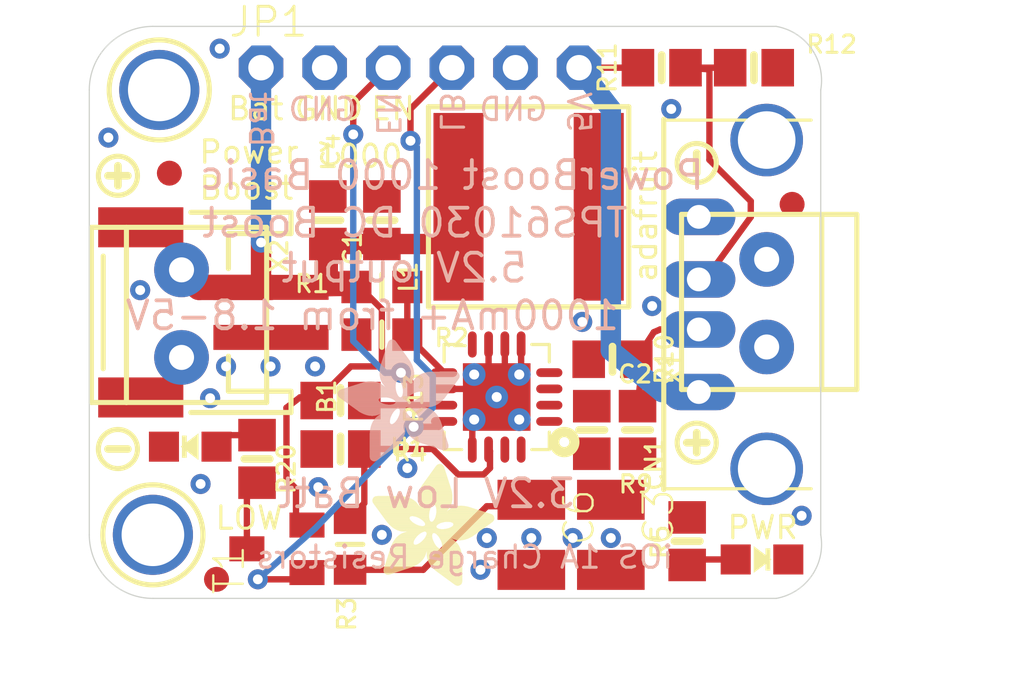
<source format=kicad_pcb>
(kicad_pcb (version 20211014) (generator pcbnew)
  (layers (0 "F.Cu" signal) (31 "B.Cu" signal) (34 "B.Paste" user) (35 "F.Paste" user) (36 "B.SilkS" user "B.Silkscreen") (37 "F.SilkS" user "F.Silkscreen") (38 "B.Mask" user) (39 "F.Mask" user) (44 "Edge.Cuts" user))
  (net 0 "")
  (net 1 "GND")
  (net 2 "N$1")
  (net 3 "N$3")
  (net 4 "5.0V")
  (net 5 "D+")
  (net 6 "D-")
  (net 7 "VBAT")
  (net 8 "N$2")
  (net 9 "ENABLE")
  (net 10 "N$5")
  (net 11 "N$6")
  (net 12 "LBO")
  (net 13 "N$4")
  (footprint "boardEagle:INDUCTOR_8X8MM" (layer "F.Cu") (at 151.42342 100.7836)
    (fp_text reference "L1" (at -4.8 3.5 90) (layer "F.SilkS") (effects (font (size 0.692831 0.692831) (thickness 0.119969)) (justify left)))
    (fp_text value "6.8uH" hide)
    (pad "P$1" smd rect (at -2.8 0) (size 2 7.5) (layers "F.Cu" "F.Paste" "F.Mask") (net 7 "VBAT"))
    (pad "P$2" smd rect (at 2.8 0) (size 2 7.5) (layers "F.Cu" "F.Paste" "F.Mask") (net 2 "N$1"))
  )
  (footprint "boardEagle:0805-NO" (layer "F.Cu") (at 155.77342 109.7016 -90)
    (fp_text reference "R9" (at 2.17 -0.6875) (layer "F.SilkS") (effects (font (size 0.692831 0.692831) (thickness 0.119969)) (justify right)))
    (fp_text value "43K 1%")
    (pad "1" smd rect (at -0.95 0 270) (size 1.3 1.5) (layers "F.Cu" "F.Paste" "F.Mask") (net 6 "D-"))
    (pad "2" smd rect (at 0.95 0 270) (size 1.3 1.5) (layers "F.Cu" "F.Paste" "F.Mask") (net 4 "5.0V"))
  )
  (footprint "boardEagle:SYMBOL_MINUS" (layer "F.Cu") (at 135.02242 110.4646)
    (fp_text reference "U$12" hide)
    (fp_text value "" hide)
  )
  (footprint "boardEagle:C1210" (layer "F.Cu") (at 151.53242 113.8936 -90)
    (fp_text reference "C6" (at -1.905 -1.905 90) (layer "F.SilkS") (effects (font (size 1.176528 1.176528) (thickness 0.093472)) (justify right)))
    (fp_text value "100uF")
    (pad "1" smd rect (at -1.4 0 270) (size 1.6 2.7) (layers "F.Cu" "F.Paste" "F.Mask") (net 4 "5.0V"))
    (pad "2" smd rect (at 1.4 0 270) (size 1.6 2.7) (layers "F.Cu" "F.Paste" "F.Mask") (net 1 "GND"))
  )
  (footprint "boardEagle:0805-NO" (layer "F.Cu") (at 143.91242 110.4646)
    (fp_text reference "R4" (at 2.032 0.127) (layer "F.SilkS") (effects (font (size 0.692831 0.692831) (thickness 0.119969)) (justify left)))
    (fp_text value "200K")
    (pad "1" smd rect (at -0.95 0) (size 1.3 1.5) (layers "F.Cu" "F.Paste" "F.Mask") (net 1 "GND"))
    (pad "2" smd rect (at 0.95 0) (size 1.3 1.5) (layers "F.Cu" "F.Paste" "F.Mask") (net 10 "N$5"))
  )
  (footprint "boardEagle:SC59-BEC" (layer "F.Cu") (at 141.37242 114.4524 90)
    (fp_text reference "T1" (at -1.905 -1.905 90) (layer "F.SilkS") (effects (font (size 1.176528 1.176528) (thickness 0.093472)) (justify left)))
    (fp_text value "MMUN2133LT1G")
    (pad "B" smd rect (at -0.95 1.2 90) (size 1 1.4) (layers "F.Cu" "F.Paste" "F.Mask") (net 12 "LBO"))
    (pad "C" smd rect (at 0 -1.2 90) (size 1 1.4) (layers "F.Cu" "F.Paste" "F.Mask") (net 11 "N$6"))
    (pad "E" smd rect (at 0.95 1.2 90) (size 1 1.4) (layers "F.Cu" "F.Paste" "F.Mask") (net 7 "VBAT"))
  )
  (footprint "boardEagle:_0805MP" (layer "F.Cu") (at 145.56342 103.9876 180)
    (fp_text reference "R1" (at 2.032 0.127) (layer "F.SilkS") (effects (font (size 0.692831 0.692831) (thickness 0.119969)) (justify right)))
    (fp_text value "1.87M")
    (pad "1" smd rect (at -1.016 0 180) (size 1.2 1.3) (layers "F.Cu" "F.Paste" "F.Mask") (net 3 "N$3"))
    (pad "2" smd rect (at 1.016 0 180) (size 1.2 1.3) (layers "F.Cu" "F.Paste" "F.Mask") (net 7 "VBAT"))
  )
  (footprint "boardEagle:0805-NO" (layer "F.Cu") (at 157.75542 114.1476 -90)
    (fp_text reference "R5" (at 0.7875 1.07 90) (layer "F.SilkS") (effects (font (size 0.692831 0.692831) (thickness 0.119969)) (justify left)))
    (fp_text value "1K")
    (pad "1" smd rect (at -0.95 0 270) (size 1.3 1.5) (layers "F.Cu" "F.Paste" "F.Mask") (net 4 "5.0V"))
    (pad "2" smd rect (at 0.95 0 270) (size 1.3 1.5) (layers "F.Cu" "F.Paste" "F.Mask") (net 13 "N$4"))
  )
  (footprint "boardEagle:0805-NO" (layer "F.Cu") (at 140.57842 110.8596 -90)
    (fp_text reference "R20" (at -0.6875 -1.17 90) (layer "F.SilkS") (effects (font (size 0.692831 0.692831) (thickness 0.119969)) (justify right)))
    (fp_text value "1K")
    (pad "1" smd rect (at -0.95 0 270) (size 1.3 1.5) (layers "F.Cu" "F.Paste" "F.Mask") (net 8 "N$2"))
    (pad "2" smd rect (at 0.95 0 270) (size 1.3 1.5) (layers "F.Cu" "F.Paste" "F.Mask") (net 11 "N$6"))
  )
  (footprint "boardEagle:0805-NO" (layer "F.Cu") (at 145.56342 101.3206 90)
    (fp_text reference "C1" (at -1.8875 -1.17 90) (layer "F.SilkS") (effects (font (size 0.692831 0.692831) (thickness 0.119969)) (justify left)))
    (fp_text value "10uF")
    (pad "1" smd rect (at -0.95 0 90) (size 1.3 1.5) (layers "F.Cu" "F.Paste" "F.Mask") (net 7 "VBAT"))
    (pad "2" smd rect (at 0.95 0 90) (size 1.3 1.5) (layers "F.Cu" "F.Paste" "F.Mask") (net 1 "GND"))
  )
  (footprint "boardEagle:0805-NO" (layer "F.Cu") (at 160.42242 95.2246)
    (fp_text reference "R12" (at 4.1875 -0.93) (layer "F.SilkS") (effects (font (size 0.692831 0.692831) (thickness 0.119969)) (justify right)))
    (fp_text value "49.9K 1%")
    (pad "1" smd rect (at -0.95 0) (size 1.3 1.5) (layers "F.Cu" "F.Paste" "F.Mask") (net 5 "D+"))
    (pad "2" smd rect (at 0.95 0) (size 1.3 1.5) (layers "F.Cu" "F.Paste" "F.Mask") (net 1 "GND"))
  )
  (footprint "boardEagle:ADAFRUIT_5MM" (layer "F.Cu") (at 145.18242 115.9256)
    (fp_text reference "U$33" hide)
    (fp_text value "" hide)
  )
  (footprint "boardEagle:_0805MP" (layer "F.Cu") (at 144.29342 114.2746 -90)
    (fp_text reference "R3" (at 2.032 0.127 90) (layer "F.SilkS") (effects (font (size 0.692831 0.692831) (thickness 0.119969)) (justify right)))
    (fp_text value "1.87M")
    (pad "1" smd rect (at -1.016 0 270) (size 1.2 1.3) (layers "F.Cu" "F.Paste" "F.Mask") (net 10 "N$5"))
    (pad "2" smd rect (at 1.016 0 270) (size 1.2 1.3) (layers "F.Cu" "F.Paste" "F.Mask") (net 4 "5.0V"))
  )
  (footprint "boardEagle:PVQFN-16" (layer "F.Cu") (at 150.14942 108.3866 180)
    (fp_text reference "U1" (at 4.324 -2.018) (layer "F.SilkS") (effects (font (size 0.692831 0.692831) (thickness 0.119969)) (justify left)))
    (fp_text value "TPS61030RSAR")
    (pad "1" smd roundrect (at -2.1 -0.975 180) (size 1.05 0.35) (layers "F.Cu" "F.Paste" "F.Mask") (roundrect_rratio 0.5) (net 4 "5.0V"))
    (pad "2" smd roundrect (at -2.1 -0.325 180) (size 1.05 0.35) (layers "F.Cu" "F.Paste" "F.Mask") (roundrect_rratio 0.5))
    (pad "3" smd roundrect (at -2.1 0.325 180) (size 1.05 0.35) (layers "F.Cu" "F.Paste" "F.Mask") (roundrect_rratio 0.5) (net 2 "N$1"))
    (pad "4" smd roundrect (at -2.1 0.975 180) (size 1.05 0.35) (layers "F.Cu" "F.Paste" "F.Mask") (roundrect_rratio 0.5) (net 2 "N$1"))
    (pad "5" smd roundrect (at -0.975 2.1 270) (size 1.05 0.35) (layers "F.Cu" "F.Paste" "F.Mask") (roundrect_rratio 0.5) (net 1 "GND"))
    (pad "6" smd roundrect (at -0.325 2.1 270) (size 1.05 0.35) (layers "F.Cu" "F.Paste" "F.Mask") (roundrect_rratio 0.5) (net 1 "GND"))
    (pad "7" smd roundrect (at 0.325 2.1 270) (size 1.05 0.35) (layers "F.Cu" "F.Paste" "F.Mask") (roundrect_rratio 0.5) (net 1 "GND"))
    (pad "8" smd roundrect (at 0.975 2.1 270) (size 1.05 0.35) (layers "F.Cu" "F.Paste" "F.Mask") (roundrect_rratio 0.5) (net 7 "VBAT"))
    (pad "9" smd roundrect (at 2.1 0.975) (size 1.05 0.35) (layers "F.Cu" "F.Paste" "F.Mask") (roundrect_rratio 0.5) (net 3 "N$3"))
    (pad "10" smd roundrect (at 2.1 0.325) (size 1.05 0.35) (layers "F.Cu" "F.Paste" "F.Mask") (roundrect_rratio 0.5) (net 1 "GND"))
    (pad "11" smd roundrect (at 2.1 -0.325) (size 1.05 0.35) (layers "F.Cu" "F.Paste" "F.Mask") (roundrect_rratio 0.5) (net 9 "ENABLE"))
    (pad "12" smd roundrect (at 2.1 -0.975) (size 1.05 0.35) (layers "F.Cu" "F.Paste" "F.Mask") (roundrect_rratio 0.5) (net 12 "LBO"))
    (pad "13" smd roundrect (at 0.975 -2.1 90) (size 1.05 0.35) (layers "F.Cu" "F.Paste" "F.Mask") (roundrect_rratio 0.5) (net 1 "GND"))
    (pad "14" smd roundrect (at 0.325 -2.1 90) (size 1.05 0.35) (layers "F.Cu" "F.Paste" "F.Mask") (roundrect_rratio 0.5) (net 10 "N$5"))
    (pad "15" smd roundrect (at -0.325 -2.1 90) (size 1.05 0.35) (layers "F.Cu" "F.Paste" "F.Mask") (roundrect_rratio 0.5) (net 4 "5.0V"))
    (pad "16" smd roundrect (at -0.975 -2.1 90) (size 1.05 0.35) (layers "F.Cu" "F.Paste" "F.Mask") (roundrect_rratio 0.5) (net 4 "5.0V"))
    (pad "P$18" thru_hole circle (at 0 0 180) (size 0.908 0.908) (drill 0.4) (layers *.Cu *.Mask) (net 1 "GND"))
    (pad "P$19" thru_hole circle (at -0.9 -0.9 180) (size 0.908 0.908) (drill 0.4) (layers *.Cu *.Mask) (net 1 "GND"))
    (pad "P$20" thru_hole circle (at 0.9 -0.9 180) (size 0.908 0.908) (drill 0.4) (layers *.Cu *.Mask) (net 1 "GND"))
    (pad "P$21" thru_hole circle (at 0.9 0.9 180) (size 0.908 0.908) (drill 0.4) (layers *.Cu *.Mask) (net 1 "GND"))
    (pad "P$22" thru_hole circle (at -0.9 0.9 180) (size 0.908 0.908) (drill 0.4) (layers *.Cu *.Mask) (net 1 "GND"))
    (pad "THERMAL" smd rect (at 0 0 180) (size 2.7 2.7) (layers "F.Cu" "F.Mask") (net 1 "GND"))
  )
  (footprint "boardEagle:CHIPLED_0805_NOOUTLINE" (layer "F.Cu") (at 137.91042 110.3696 90)
    (fp_text reference "LED1" hide)
    (fp_text value "RED")
    (pad "A" smd rect (at 0 1.05 90) (size 1.2 1.2) (layers "F.Cu" "F.Paste" "F.Mask") (net 8 "N$2"))
    (pad "C" smd rect (at 0 -1.05 90) (size 1.2 1.2) (layers "F.Cu" "F.Paste" "F.Mask") (net 1 "GND"))
  )
  (footprint "boardEagle:MOUNTINGHOLE_2.5_PLATED" (layer "F.Cu") (at 136.67342 96.1136)
    (fp_text reference "U$10" hide)
    (fp_text value "MOUNTINGHOLE2.5" hide)
    (pad "P$1" thru_hole circle (at 0 0) (size 3.2 3.2) (drill 2.5) (layers *.Cu *.Mask))
  )
  (footprint "boardEagle:1X06-CLEANBIG" (layer "F.Cu") (at 147.08742 95.2246)
    (fp_text reference "JP1" (at -7.6962 -1.8288) (layer "F.SilkS") (effects (font (size 1.1557 1.1557) (thickness 0.1143)) (justify left)))
    (fp_text value "")
    (pad "1" thru_hole roundrect (at -6.35 0 90) (size 1.778 1.778) (drill 1.016) (layers *.Cu *.Mask) (chamfer_ratio 0.2928932188) (chamfer top_left top_right bottom_left bottom_right) (net 7 "VBAT"))
    (pad "2" thru_hole roundrect (at -3.81 0 90) (size 1.778 1.778) (drill 1.016) (layers *.Cu *.Mask) (chamfer_ratio 0.2928932188) (chamfer top_left top_right bottom_left bottom_right) (net 1 "GND"))
    (pad "3" thru_hole roundrect (at -1.27 0 90) (size 1.778 1.778) (drill 1.016) (layers *.Cu *.Mask) (chamfer_ratio 0.2928932188) (chamfer top_left top_right bottom_left bottom_right) (net 9 "ENABLE"))
    (pad "4" thru_hole roundrect (at 1.27 0 90) (size 1.778 1.778) (drill 1.016) (layers *.Cu *.Mask) (chamfer_ratio 0.2928932188) (chamfer top_left top_right bottom_left bottom_right) (net 12 "LBO"))
    (pad "5" thru_hole roundrect (at 3.81 0 90) (size 1.778 1.778) (drill 1.016) (layers *.Cu *.Mask) (chamfer_ratio 0.2928932188) (chamfer top_left top_right bottom_left bottom_right) (net 1 "GND"))
    (pad "6" thru_hole roundrect (at 6.35 0 90) (size 1.778 1.778) (drill 1.016) (layers *.Cu *.Mask) (chamfer_ratio 0.2928932188) (chamfer top_left top_right bottom_left bottom_right) (net 4 "5.0V"))
  )
  (footprint "boardEagle:0805-NO" (layer "F.Cu") (at 154.77342 106.8766 180)
    (fp_text reference "R10" (at -2.07 1.0875 90) (layer "F.SilkS") (effects (font (size 0.692831 0.692831) (thickness 0.119969)) (justify right)))
    (fp_text value "49.9K 1%")
    (pad "1" smd rect (at -0.95 0 180) (size 1.3 1.5) (layers "F.Cu" "F.Paste" "F.Mask") (net 6 "D-"))
    (pad "2" smd rect (at 0.95 0 180) (size 1.3 1.5) (layers "F.Cu" "F.Paste" "F.Mask") (net 1 "GND"))
  )
  (footprint "boardEagle:TERMBLOCK_1X2-3.5MM" (layer "F.Cu") (at 160.93042 104.6861 90)
    (fp_text reference "X1" (at -3.3 -3.69 90) (layer "F.SilkS") (effects (font (size 0.692831 0.692831) (thickness 0.119969)) (justify left)))
    (fp_text value "")
    (pad "1" thru_hole circle (at 1.8 0 90) (size 2.1844 2.1844) (drill 1) (layers *.Cu *.Mask) (net 1 "GND"))
    (pad "2" thru_hole circle (at -1.7 0 90) (size 2.1844 2.1844) (drill 1) (layers *.Cu *.Mask) (net 4 "5.0V"))
  )
  (footprint "boardEagle:_0805MP" (layer "F.Cu") (at 145.56342 105.8926)
    (fp_text reference "R2" (at 2.032 0.127) (layer "F.SilkS") (effects (font (size 0.692831 0.692831) (thickness 0.119969)) (justify left)))
    (fp_text value "340K")
    (pad "1" smd rect (at -1.016 0) (size 1.2 1.3) (layers "F.Cu" "F.Paste" "F.Mask") (net 1 "GND"))
    (pad "2" smd rect (at 1.016 0) (size 1.2 1.3) (layers "F.Cu" "F.Paste" "F.Mask") (net 3 "N$3"))
  )
  (footprint "boardEagle:USB_HOST-PTH" (layer "F.Cu") (at 164.74042 104.6861 90)
    (fp_text reference "CN1" (at -7.52 -8.29 90) (layer "F.SilkS") (effects (font (size 0.692831 0.692831) (thickness 0.119969)) (justify left)))
    (fp_text value "USBA_FEMALE")
    (pad "D+" thru_hole oval (at 1 -6.52 180) (size 2.916 1.458) (drill 0.95) (layers *.Cu *.Mask) (net 5 "D+"))
    (pad "D-" thru_hole oval (at -1 -6.52 180) (size 2.916 1.458) (drill 0.95) (layers *.Cu *.Mask) (net 6 "D-"))
    (pad "GND" thru_hole oval (at 3.5 -6.52 180) (size 2.916 1.458) (drill 0.95) (layers *.Cu *.Mask) (net 1 "GND"))
    (pad "S1" thru_hole circle (at -6.57 -3.81 90) (size 2.9 2.9) (drill 2.3) (layers *.Cu *.Mask))
    (pad "S2" thru_hole circle (at 6.57 -3.81 270) (size 2.9 2.9) (drill 2.3) (layers *.Cu *.Mask))
    (pad "VBUS" thru_hole oval (at -3.5 -6.52 180) (size 2.916 1.458) (drill 0.95) (layers *.Cu *.Mask) (net 4 "5.0V"))
  )
  (footprint "boardEagle:SYMBOL_MINUS" (layer "F.Cu") (at 158.13642 99.0346 90)
    (fp_text reference "U$26" hide)
    (fp_text value "" hide)
  )
  (footprint "boardEagle:0805-NO" (layer "F.Cu") (at 156.73942 95.2246 180)
    (fp_text reference "R11" (at 2.17 -1.0875 90) (layer "F.SilkS") (effects (font (size 0.692831 0.692831) (thickness 0.119969)) (justify left)))
    (fp_text value "75K 1%")
    (pad "1" smd rect (at -0.95 0 180) (size 1.3 1.5) (layers "F.Cu" "F.Paste" "F.Mask") (net 5 "D+"))
    (pad "2" smd rect (at 0.95 0 180) (size 1.3 1.5) (layers "F.Cu" "F.Paste" "F.Mask") (net 4 "5.0V"))
  )
  (footprint "boardEagle:0805-NO" (layer "F.Cu") (at 153.94542 109.7026 90)
    (fp_text reference "C2" (at 2.23 2.4875) (layer "F.SilkS") (effects (font (size 0.692831 0.692831) (thickness 0.119969)) (justify right)))
    (fp_text value "2.2uF")
    (pad "1" smd rect (at -0.95 0 90) (size 1.3 1.5) (layers "F.Cu" "F.Paste" "F.Mask") (net 4 "5.0V"))
    (pad "2" smd rect (at 0.95 0 90) (size 1.3 1.5) (layers "F.Cu" "F.Paste" "F.Mask") (net 1 "GND"))
  )
  (footprint "boardEagle:0805-NO" (layer "F.Cu") (at 143.91142 108.5266)
    (fp_text reference "R13" (at 2.93 0.9875 90) (layer "F.SilkS") (effects (font (size 0.692831 0.692831) (thickness 0.119969)) (justify left)))
    (fp_text value "200K")
    (pad "1" smd rect (at -0.95 0) (size 1.3 1.5) (layers "F.Cu" "F.Paste" "F.Mask") (net 7 "VBAT"))
    (pad "2" smd rect (at 0.95 0) (size 1.3 1.5) (layers "F.Cu" "F.Paste" "F.Mask") (net 9 "ENABLE"))
  )
  (footprint "boardEagle:SYMBOL_PLUS" (layer "F.Cu") (at 135.02242 99.5426)
    (fp_text reference "U$13" hide)
    (fp_text value "" hide)
  )
  (footprint "boardEagle:FIDUCIAL_1MM" (layer "F.Cu") (at 137.07742 99.4396)
    (fp_text reference "FID2" hide)
    (fp_text value "FIDUCIAL\"\"" hide)
    (pad "1" smd roundrect (at 0 0) (size 1 1) (layers "F.Cu" "F.Mask") (roundrect_rratio 0.5))
  )
  (footprint "boardEagle:C1210" (layer "F.Cu") (at 154.70742 113.8936 -90)
    (fp_text reference "C3" (at -1.905 -1.905 90) (layer "F.SilkS") (effects (font (size 1.176528 1.176528) (thickness 0.093472)) (justify right)))
    (fp_text value "100uF")
    (pad "1" smd rect (at -1.4 0 270) (size 1.6 2.7) (layers "F.Cu" "F.Paste" "F.Mask") (net 4 "5.0V"))
    (pad "2" smd rect (at 1.4 0 270) (size 1.6 2.7) (layers "F.Cu" "F.Paste" "F.Mask") (net 1 "GND"))
  )
  (footprint "boardEagle:MOUNTINGHOLE_2.5_PLATED" (layer "F.Cu") (at 136.41942 113.8936)
    (fp_text reference "U$11" hide)
    (fp_text value "MOUNTINGHOLE2.5" hide)
    (pad "P$1" thru_hole circle (at 0 0) (size 3.2 3.2) (drill 2.5) (layers *.Cu *.Mask))
  )
  (footprint "boardEagle:SYMBOL_PLUS" (layer "F.Cu") (at 158.13642 110.2106)
    (fp_text reference "U$25" hide)
    (fp_text value "" hide)
  )
  (footprint "boardEagle:CHIPLED_0805_NOOUTLINE" (layer "F.Cu") (at 160.74442 114.8776 -90)
    (fp_text reference "LED2" hide)
    (fp_text value "GREEN")
    (pad "A" smd rect (at 0 1.05 270) (size 1.2 1.2) (layers "F.Cu" "F.Paste" "F.Mask") (net 13 "N$4"))
    (pad "C" smd rect (at 0 -1.05 270) (size 1.2 1.2) (layers "F.Cu" "F.Paste" "F.Mask") (net 1 "GND"))
  )
  (footprint "boardEagle:TERMBLOCK_1X2-3.5MM" (layer "F.Cu") (at 137.56242 105.0036 -90)
    (fp_text reference "X2" (at -3 -3.89 90) (layer "F.SilkS") (effects (font (size 0.692831 0.692831) (thickness 0.119969)) (justify right)))
    (fp_text value "3.5mm")
    (pad "1" thru_hole circle (at 1.8 0 270) (size 2.1844 2.1844) (drill 1) (layers *.Cu *.Mask) (net 1 "GND"))
    (pad "2" thru_hole circle (at -1.7 0 270) (size 2.1844 2.1844) (drill 1) (layers *.Cu *.Mask) (net 7 "VBAT"))
  )
  (footprint "boardEagle:0805-NO" (layer "F.Cu") (at 143.40442 101.3206 90)
    (fp_text reference "C4" (at 2.032 0.127 90) (layer "F.SilkS") (effects (font (size 0.692831 0.692831) (thickness 0.119969)) (justify left)))
    (fp_text value "0.1uF")
    (pad "1" smd rect (at -0.95 0 90) (size 1.3 1.5) (layers "F.Cu" "F.Paste" "F.Mask") (net 7 "VBAT"))
    (pad "2" smd rect (at 0.95 0 90) (size 1.3 1.5) (layers "F.Cu" "F.Paste" "F.Mask") (net 1 "GND"))
  )
  (footprint "boardEagle:FIDUCIAL_1MM" (layer "F.Cu") (at 138.95942 115.6716)
    (fp_text reference "FID3" hide)
    (fp_text value "FIDUCIAL\"\"" hide)
    (pad "1" smd roundrect (at 0 0) (size 1 1) (layers "F.Cu" "F.Mask") (roundrect_rratio 0.5))
  )
  (footprint "boardEagle:FIDUCIAL_1MM" (layer "F.Cu") (at 161.94642 100.6856)
    (fp_text reference "FID1" hide)
    (fp_text value "FIDUCIAL\"\"" hide)
    (pad "1" smd roundrect (at 0 0) (size 1 1) (layers "F.Cu" "F.Mask") (roundrect_rratio 0.5))
  )
  (footprint "boardEagle:JSTPH2" (layer "F.Cu") (at 137.43542 105.0036 90)
    (fp_text reference "B1" (at -4.1225 5.9315 90) (layer "F.SilkS") (effects (font (size 0.692831 0.692831) (thickness 0.119969)) (justify left)))
    (fp_text value "1.8-5V")
    (pad "1" smd rect (at -1 3.7 90) (size 1 4.6) (layers "F.Cu" "F.Paste" "F.Mask") (net 1 "GND"))
    (pad "2" smd rect (at 1 3.7 90) (size 1 4.6) (layers "F.Cu" "F.Paste" "F.Mask") (net 7 "VBAT"))
    (pad "NC1" smd rect (at -3.4 -1.5 180) (size 3.4 1.6) (layers "F.Cu" "F.Paste" "F.Mask"))
    (pad "NC2" smd rect (at 3.4 -1.5 180) (size 3.4 1.6) (layers "F.Cu" "F.Paste" "F.Mask"))
  )
  (footprint "boardEagle:ADAFRUIT_5MM" (layer "B.Cu") (at 148.67042 110.9516 180)
    (fp_text reference "U$28" hide)
    (fp_text value "" hide)
  )
  (gr_arc (start 163.08942 113.8936) (mid 162.726471 115.531836) (end 161.31142 116.4336) (layer "Edge.Cuts") (width 0.05))
  (gr_arc (start 133.87942 96.1136) (mid 134.623369 94.317549) (end 136.41942 93.5736) (layer "Edge.Cuts") (width 0.05))
  (gr_line (start 133.87942 96.1136) (end 133.87942 113.8936) (layer "Edge.Cuts") (width 0.05))
  (gr_line (start 136.41942 116.4336) (end 161.31142 116.4336) (layer "Edge.Cuts") (width 0.05))
  (gr_arc (start 161.31142 93.5736) (mid 162.726471 94.475364) (end 163.08942 96.1136) (layer "Edge.Cuts") (width 0.05))
  (gr_arc (start 136.41942 116.4336) (mid 134.623369 115.689651) (end 133.87942 113.8936) (layer "Edge.Cuts") (width 0.05))
  (gr_line (start 161.31142 93.5736) (end 136.41942 93.5736) (layer "Edge.Cuts") (width 0.05))
  (gr_line (start 163.08942 113.8936) (end 163.08942 96.1136) (layer "Edge.Cuts") (width 0.05))
  (gr_text "LB" (at 148.86542 96.1136 -90) (layer "B.SilkS") (effects (font (size 0.89408 0.89408) (thickness 0.12192)) (justify right top mirror)))
  (gr_text "Bat" (at 141.24542 96.1136 -90) (layer "B.SilkS") (effects (font (size 0.89408 0.89408) (thickness 0.12192)) (justify right top mirror)))
  (gr_text "5V" (at 153.94542 96.1136 -90) (layer "B.SilkS") (effects (font (size 0.89408 0.89408) (thickness 0.12192)) (justify right top mirror)))
  (gr_text "EN" (at 146.32542 96.1136 -90) (layer "B.SilkS") (effects (font (size 0.89408 0.89408) (thickness 0.12192)) (justify right top mirror)))
  (gr_text "GND" (at 149.37342 96.3676) (layer "B.SilkS") (effects (font (size 0.89408 0.89408) (thickness 0.12192)) (justify right top mirror)))
  (gr_text "3.2V Low Batt" (at 147.34142 112.2426) (layer "B.SilkS") (effects (font (size 1.1176 1.1176) (thickness 0.1524)) (justify mirror)))
  (gr_text "iOS 1A Charge Resistors" (at 148.86542 114.7826) (layer "B.SilkS") (effects (font (size 0.89408 0.89408) (thickness 0.12192)) (justify mirror)))
  (gr_text "TPS61030 DC Boost" (at 155.46942 102.0826) (layer "B.SilkS") (effects (font (size 1.1176 1.1176) (thickness 0.1524)) (justify left bottom mirror)))
  (gr_text "GND" (at 141.75342 96.3676) (layer "B.SilkS") (effects (font (size 0.89408 0.89408) (thickness 0.12192)) (justify right top mirror)))
  (gr_text "1000mA+ from 1.8-5V" (at 145.18242 105.1306) (layer "B.SilkS") (effects (font (size 1.1176 1.1176) (thickness 0.1524)) (justify mirror)))
  (gr_text "5.2V output" (at 146.45242 103.2256) (layer "B.SilkS") (effects (font (size 1.1176 1.1176) (thickness 0.1524)) (justify mirror)))
  (gr_text "PowerBoost 1000 Basic" (at 158.51742 100.1776) (layer "B.SilkS") (effects (font (size 1.1176 1.1176) (thickness 0.1524)) (justify left bottom mirror)))
  (gr_text "Power\nBoost" (at 138.19742 100.5586) (layer "F.SilkS") (effects (font (size 0.89408 0.89408) (thickness 0.12192)) (justify left bottom)))
  (gr_text "GND" (at 142.00742 97.3836) (layer "F.SilkS") (effects (font (size 0.89408 0.89408) (thickness 0.12192)) (justify left bottom)))
  (gr_text "PWR" (at 160.77142 113.6026) (layer "F.SilkS") (effects (font (size 0.89408 0.89408) (thickness 0.12192))))
  (gr_text "1000" (at 142.89642 99.2886) (layer "F.SilkS") (effects (font (size 0.89408 0.89408) (thickness 0.12192)) (justify left bottom)))
  (gr_text "LOW" (at 140.26242 113.2216) (layer "F.SilkS") (effects (font (size 0.89408 0.89408) (thickness 0.12192))))
  (gr_text "adafruit" (at 156.61242 103.8606 90) (layer "F.SilkS") (effects (font (size 0.89408 0.89408) (thickness 0.12192)) (justify left bottom)))
  (gr_text "Bat" (at 139.34042 97.3836) (layer "F.SilkS") (effects (font (size 0.89408 0.89408) (thickness 0.12192)) (justify left bottom)))
  (gr_text "EN" (at 145.05542 97.3836) (layer "F.SilkS") (effects (font (size 0.89408 0.89408) (thickness 0.12192)) (justify left bottom)))
  (segment (start 149.24942 107.4866) (end 149.24942 107.8006) (width 0.254) (layer "F.Cu") (net 1))
  (segment (start 149.17442 109.5206) (end 149.37342 109.3216) (width 0.254) (layer "F.Cu") (net 1))
  (segment (start 150.47442 106.2866) (end 150.47442 107.6286) (width 0.254) (layer "F.Cu") (net 1))
  (segment (start 149.49042 108.0616) (end 149.50042 108.0516) (width 0.254) (layer "F.Cu") (net 1))
  (segment (start 148.04942 108.0616) (end 149.49042 108.0616) (width 0.254) (layer "F.Cu") (net 1))
  (segment (start 149.28442 109.3216) (end 149.24942 109.2866) (width 0.254) (layer "F.Cu") (net 1))
  (segment (start 149.24942 107.8006) (end 149.50042 108.0516) (width 0.254) (layer "F.Cu") (net 1))
  (segment (start 151.12442 106.2866) (end 151.12442 107.4116) (width 0.254) (layer "F.Cu") (net 1))
  (segment (start 149.82442 106.2866) (end 149.82442 107.3466) (width 0.254) (layer "F.Cu") (net 1))
  (segment (start 149.31942 107.4166) (end 149.24942 107.4866) (width 0.254) (layer "F.Cu") (net 1))
  (segment (start 150.47442 107.6286) (end 150.64342 107.7976) (width 0.254) (layer "F.Cu") (net 1))
  (segment (start 151.12442 107.4116) (end 151.04942 107.4866) (width 0.254) (layer "F.Cu") (net 1))
  (segment (start 149.17442 110.4866) (end 149.17442 109.5206) (width 0.254) (layer "F.Cu") (net 1))
  (segment (start 149.75442 107.4166) (end 149.31942 107.4166) (width 0.254) (layer "F.Cu") (net 1))
  (segment (start 149.82442 107.3466) (end 149.75442 107.4166) (width 0.254) (layer "F.Cu") (net 1))
  (segment (start 149.37342 109.3216) (end 149.28442 109.3216) (width 0.254) (layer "F.Cu") (net 1))
  (via (at 162.32742 113.1316) (size 0.8001) (drill 0.3937) (layers "F.Cu" "B.Cu") (net 1))
  (via (at 142.89642 107.1626) (size 0.8001) (drill 0.3937) (layers "F.Cu" "B.Cu") (net 1))
  (via (at 145.56342 113.8936) (size 0.8001) (drill 0.3937) (layers "F.Cu" "B.Cu") (net 1))
  (via (at 153.18342 114.0206) (size 0.8001) (drill 0.3937) (layers "F.Cu" "B.Cu") (net 1))
  (via (at 153.56442 105.3846) (size 0.8001) (drill 0.3937) (layers "F.Cu" "B.Cu") (net 1))
  (via (at 151.53242 114.0206) (size 0.8001) (drill 0.3937) (layers "F.Cu" "B.Cu") (net 1))
  (via (at 138.70542 108.4326) (size 0.8001) (drill 0.3937) (layers "F.Cu" "B.Cu") (net 1))
  (via (at 149.75442 114.0206) (size 0.8001) (drill 0.3937) (layers "F.Cu" "B.Cu") (net 1))
  (via (at 139.34042 107.1626) (size 0.8001) (drill 0.3937) (layers "F.Cu" "B.Cu") (net 1))
  (via (at 154.70742 114.0206) (size 0.8001) (drill 0.3937) (layers "F.Cu" "B.Cu") (net 1))
  (via (at 146.57942 111.2266) (size 0.8001) (drill 0.3937) (layers "F.Cu" "B.Cu") (net 1))
  (via (at 138.32442 111.8616) (size 0.8001) (drill 0.3937) (layers "F.Cu" "B.Cu") (net 1))
  (via (at 149.50042 115.2906) (size 0.8001) (drill 0.3937) (layers "F.Cu" "B.Cu") (net 1))
  (via (at 143.02342 111.9886) (size 0.8001) (drill 0.3937) (layers "F.Cu" "B.Cu") (net 1))
  (via (at 135.91142 104.1146) (size 0.8001) (drill 0.3937) (layers "F.Cu" "B.Cu") (net 1))
  (via (at 141.11842 107.1626) (size 0.8001) (drill 0.3937) (layers "F.Cu" "B.Cu") (net 1))
  (via (at 134.64142 98.0186) (size 0.8001) (drill 0.3937) (layers "F.Cu" "B.Cu") (net 1))
  (via (at 157.12042 96.8756) (size 0.8001) (drill 0.3937) (layers "F.Cu" "B.Cu") (net 1))
  (via (at 139.08642 94.4626) (size 0.8001) (drill 0.3937) (layers "F.Cu" "B.Cu") (net 1))
  (via (at 156.35842 104.7496) (size 0.8001) (drill 0.3937) (layers "F.Cu" "B.Cu") (net 1))
  (segment (start 146.57942 103.9876) (end 146.57942 105.8926) (width 0.254) (layer "F.Cu") (net 3))
  (segment (start 146.89442 106.2566) (end 146.57942 105.8926) (width 0.254) (layer "F.Cu") (net 3))
  (segment (start 148.04942 107.4116) (end 146.89442 106.2566) (width 0.254) (layer "F.Cu") (net 3))
  (segment (start 153.43742 95.2246) (end 155.78942 95.2246) (width 0.254) (layer "F.Cu") (net 4))
  (segment (start 151.27542 112.7506) (end 151.53242 112.4936) (width 0.254) (layer "F.Cu") (net 4))
  (segment (start 159.01792 108.1861) (end 158.22042 108.1861) (width 0.254) (layer "F.Cu") (net 4))
  (segment (start 144.29342 115.2906) (end 147.21442 115.2906) (width 0.254) (layer "F.Cu") (net 4))
  (segment (start 149.75442 112.7506) (end 151.27542 112.7506) (width 0.254) (layer "F.Cu") (net 4))
  (segment (start 159.15242 108.0516) (end 159.01792 108.1861) (width 0.254) (layer "F.Cu") (net 4))
  (segment (start 157.37442 108.0516) (end 159.15242 108.0516) (width 0.254) (layer "F.Cu") (net 4))
  (segment (start 147.21442 115.2906) (end 149.75442 112.7506) (width 0.254) (layer "F.Cu") (net 4))
  (segment (start 154.70742 106.5276) (end 156.74692 108.1861) (width 0.8128) (layer "B.Cu") (net 4))
  (segment (start 154.70742 96.8756) (end 154.70742 106.5276) (width 0.8128) (layer "B.Cu") (net 4))
  (segment (start 153.43742 95.2246) (end 154.70742 96.8756) (width 0.8128) (layer "B.Cu") (net 4))
  (segment (start 156.74692 108.1861) (end 158.22042 108.1861) (width 0.8128) (layer "B.Cu") (net 4))
  (segment (start 158.60142 103.5226) (end 158.22042 103.6861) (width 0.254) (layer "F.Cu") (net 5))
  (segment (start 157.68942 95.2246) (end 159.47242 95.2246) (width 0.254) (layer "F.Cu") (net 5))
  (segment (start 160.29542 101.1936) (end 158.60142 103.5226) (width 0.254) (layer "F.Cu") (net 5))
  (segment (start 160.29542 100.5586) (end 160.29542 101.1936) (width 0.254) (layer "F.Cu") (net 5))
  (segment (start 157.68942 95.2246) (end 158.64442 95.2906) (width 0.254) (layer "F.Cu") (net 5))
  (segment (start 158.64442 98.9076) (end 160.29542 100.5586) (width 0.254) (layer "F.Cu") (net 5))
  (segment (start 158.64442 95.2906) (end 158.64442 98.9076) (width 0.254) (layer "F.Cu") (net 5))
  (segment (start 156.67692 105.6861) (end 158.22042 105.6861) (width 0.254) (layer "F.Cu") (net 6))
  (segment (start 156.67692 105.6861) (end 156.42292 105.7961) (width 0.254) (layer "F.Cu") (net 6))
  (segment (start 156.02742 106.5456) (end 155.72342 106.8766) (width 0.254) (layer "F.Cu") (net 6))
  (segment (start 155.77342 108.7516) (end 156.02742 106.5456) (width 0.254) (layer "F.Cu") (net 6))
  (segment (start 156.42292 105.7961) (end 155.72342 106.8766) (width 0.254) (layer "F.Cu") (net 6))
  (segment (start 144.31192 103.9401) (end 144.54742 103.9876) (width 0.8128) (layer "F.Cu") (net 7))
  (segment (start 142.29442 108.3996) (end 142.96142 108.5266) (width 0.254) (layer "F.Cu") (net 7))
  (segment (start 140.73742 103.6861) (end 141.13542 104.0036) (width 0.8128) (layer "F.Cu") (net 7))
  (segment (start 142.96142 108.5266) (end 142.96142 108.4326) (width 0.254) (layer "F.Cu") (net 7))
  (segment (start 141.13542 104.0036) (end 144.31192 103.9401) (width 0.8128) (layer "F.Cu") (net 7))
  (segment (start 142.96142 108.5266) (end 144.32542 107.1626) (width 0.254) (layer "F.Cu") (net 7))
  (segment (start 143.40442 102.2706) (end 143.40442 103.6676) (width 0.8128) (layer "F.Cu") (net 7))
  (segment (start 137.56242 103.3036) (end 138.26242 104.0036) (width 1.016) (layer "F.Cu") (net 7))
  (segment (start 142.57242 113.5024) (end 142.13442 113.2586) (width 0.254) (layer "F.Cu") (net 7))
  (segment (start 141.75342 111.6674) (end 141.75342 108.8136) (width 0.254) (layer "F.Cu") (net 7))
  (segment (start 142.13442 112.0484) (end 141.75342 111.6674) (width 0.254) (layer "F.Cu") (net 7))
  (segment (start 145.56342 102.2706) (end 143.40442 102.2706) (width 0.8128) (layer "F.Cu") (net 7))
  (segment (start 144.32542 107.1626) (end 145.56342 107.1626) (width 0.254) (layer "F.Cu") (net 7))
  (segment (start 145.56342 102.2706) (end 148.27942 102.2706) (width 0.8128) (layer "F.Cu") (net 7))
  (segment (start 140.73742 102.2096) (end 140.73742 103.6861) (width 0.8128) (layer "F.Cu") (net 7))
  (segment (start 145.56342 107.1626) (end 145.56342 104.8766) (width 0.254) (layer "F.Cu") (net 7))
  (segment (start 142.13442 113.2586) (end 142.13442 112.0484) (width 0.254) (layer "F.Cu") (net 7))
  (segment (start 143.40442 103.6676) (end 144.54742 103.9876) (width 0.8128) (layer "F.Cu") (net 7))
  (segment (start 144.67442 103.9876) (end 144.54742 103.9876) (width 0.254) (layer "F.Cu") (net 7))
  (segment (start 148.27942 102.2706) (end 148.62342 100.7836) (width 0.8128) (layer "F.Cu") (net 7))
  (segment (start 141.75342 108.8136) (end 142.29442 108.3996) (width 0.254) (layer "F.Cu") (net 7))
  (segment (start 138.26242 104.0036) (end 141.13542 104.0036) (width 1.016) (layer "F.Cu") (net 7))
  (segment (start 145.56342 104.8766) (end 144.67442 103.9876) (width 0.254) (layer "F.Cu") (net 7))
  (via (at 140.73742 102.2096) (size 0.8001) (drill 0.3937) (layers "F.Cu" "B.Cu") (net 7))
  (segment (start 140.73742 95.2246) (end 140.73742 102.2096) (width 0.8128) (layer "B.Cu") (net 7))
  (segment (start 139.03942 109.9096) (end 140.57842 109.9096) (width 0.254) (layer "F.Cu") (net 8))
  (segment (start 138.96042 110.3696) (end 139.03942 109.9096) (width 0.254) (layer "F.Cu") (net 8))
  (segment (start 148.04942 108.7116) (end 146.70642 108.7116) (width 0.254) (layer "F.Cu") (net 9))
  (segment (start 145.04642 108.7116) (end 144.86142 108.5266) (width 0.254) (layer "F.Cu") (net 9))
  (segment (start 146.70642 108.7116) (end 145.04642 108.7116) (width 0.254) (layer "F.Cu") (net 9))
  (segment (start 146.70642 108.7116) (end 146.70642 107.7976) (width 0.254) (layer "F.Cu") (net 9))
  (segment (start 144.42042 96.6216) (end 145.81742 95.2246) (width 0.254) (layer "F.Cu") (net 9))
  (segment (start 146.70642 107.7976) (end 146.32542 107.4166) (width 0.254) (layer "F.Cu") (net 9))
  (segment (start 144.42042 97.8916) (end 144.42042 96.6216) (width 0.254) (layer "F.Cu") (net 9))
  (via (at 146.32542 107.4166) (size 0.8001) (drill 0.3937) (layers "F.Cu" "B.Cu") (net 9))
  (via (at 144.42042 97.8916) (size 0.8001) (drill 0.3937) (layers "F.Cu" "B.Cu") (net 9))
  (segment (start 146.32542 107.4166) (end 145.69042 107.4166) (width 0.254) (layer "B.Cu") (net 9))
  (segment (start 145.69042 107.4166) (end 144.42042 106.1466) (width 0.254) (layer "B.Cu") (net 9))
  (segment (start 144.42042 106.1466) (end 144.42042 97.8916) (width 0.254) (layer "B.Cu") (net 9))
  (segment (start 144.86242 110.4646) (end 147.59542 110.4646) (width 0.254) (layer "F.Cu") (net 10))
  (segment (start 149.88142 111.2266) (end 149.88142 110.5436) (width 0.254) (layer "F.Cu") (net 10))
  (segment (start 144.29342 113.2586) (end 144.86242 112.6236) (width 0.254) (layer "F.Cu") (net 10))
  (segment (start 149.88142 110.5436) (end 149.82442 110.4866) (width 0.254) (layer "F.Cu") (net 10))
  (segment (start 149.62742 111.4806) (end 149.88142 111.2266) (width 0.254) (layer "F.Cu") (net 10))
  (segment (start 147.59542 110.4646) (end 148.61142 111.4806) (width 0.254) (layer "F.Cu") (net 10))
  (segment (start 144.86242 112.6236) (end 144.86242 110.4646) (width 0.254) (layer "F.Cu") (net 10))
  (segment (start 148.61142 111.4806) (end 149.62742 111.4806) (width 0.254) (layer "F.Cu") (net 10))
  (segment (start 140.17242 112.1656) (end 140.17242 114.4524) (width 0.254) (layer "F.Cu") (net 11))
  (segment (start 140.57842 111.8096) (end 140.17242 112.1656) (width 0.254) (layer "F.Cu") (net 11))
  (segment (start 146.70642 96.8756) (end 148.35742 95.2246) (width 0.254) (layer "F.Cu") (net 12))
  (segment (start 148.04942 109.3616) (end 147.83542 109.5756) (width 0.254) (layer "F.Cu") (net 12))
  (segment (start 146.70642 98.1456) (end 146.70642 96.8756) (width 0.254) (layer "F.Cu") (net 12))
  (segment (start 142.30322 115.6716) (end 140.61042 115.6716) (width 0.254) (layer "F.Cu") (net 12))
  (segment (start 142.57242 115.4024) (end 142.30322 115.6716) (width 0.254) (layer "F.Cu") (net 12))
  (segment (start 147.83542 109.5756) (end 146.83342 109.5756) (width 0.254) (layer "F.Cu") (net 12))
  (via (at 146.70642 98.1456) (size 0.8001) (drill 0.3937) (layers "F.Cu" "B.Cu") (net 12))
  (via (at 140.61042 115.6716) (size 0.8001) (drill 0.3937) (layers "F.Cu" "B.Cu") (net 12))
  (via (at 146.83342 109.5756) (size 0.8001) (drill 0.3937) (layers "F.Cu" "B.Cu") (net 12))
  (segment (start 147.59542 107.5436) (end 146.96042 106.9086) (width 0.254) (layer "B.Cu") (net 12))
  (segment (start 146.83342 109.5756) (end 147.59542 108.8136) (width 0.254) (layer "B.Cu") (net 12))
  (segment (start 146.96042 98.3996) (end 146.70642 98.1456) (width 0.254) (layer "B.Cu") (net 12))
  (segment (start 140.61042 115.6716) (end 142.89642 113.6396) (width 0.254) (layer "B.Cu") (net 12))
  (segment (start 146.96042 106.9086) (end 146.96042 98.3996) (width 0.254) (layer "B.Cu") (net 12))
  (segment (start 147.59542 108.8136) (end 147.59542 107.5436) (width 0.254) (layer "B.Cu") (net 12))
  (segment (start 142.89642 113.6396) (end 146.83342 109.5756) (width 0.254) (layer "B.Cu") (net 12))
  (segment (start 159.69442 114.8776) (end 158.03842 114.8776) (width 0.254) (layer "F.Cu") (net 13))
  (segment (start 158.03842 114.8776) (end 157.75542 115.0976) (width 0.254) (layer "F.Cu") (net 13))
)
</source>
